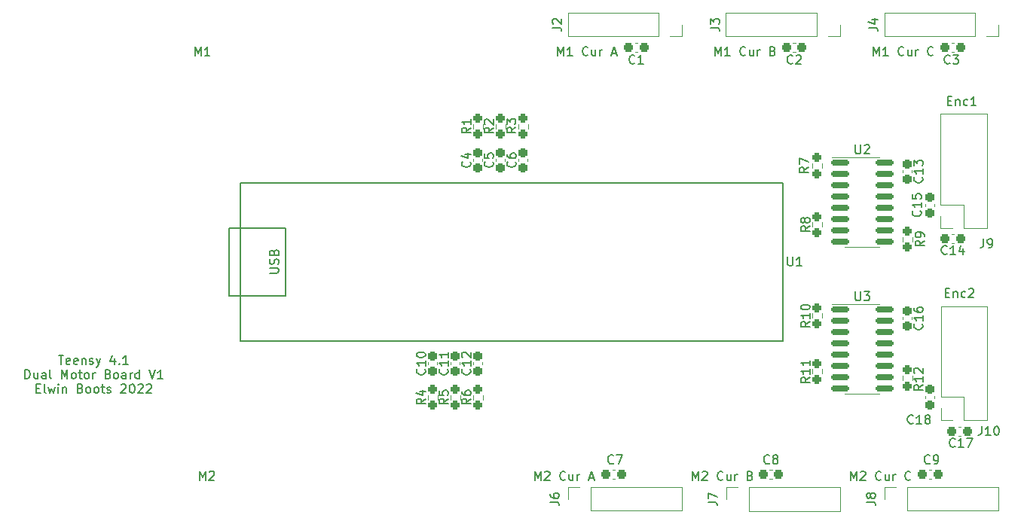
<source format=gbr>
G04 #@! TF.GenerationSoftware,KiCad,Pcbnew,(6.0.1)*
G04 #@! TF.CreationDate,2022-01-30T22:17:43+01:00*
G04 #@! TF.ProjectId,Teensy41_DualMotor,5465656e-7379-4343-915f-4475616c4d6f,1*
G04 #@! TF.SameCoordinates,Original*
G04 #@! TF.FileFunction,Legend,Top*
G04 #@! TF.FilePolarity,Positive*
%FSLAX46Y46*%
G04 Gerber Fmt 4.6, Leading zero omitted, Abs format (unit mm)*
G04 Created by KiCad (PCBNEW (6.0.1)) date 2022-01-30 22:17:43*
%MOMM*%
%LPD*%
G01*
G04 APERTURE LIST*
G04 Aperture macros list*
%AMRoundRect*
0 Rectangle with rounded corners*
0 $1 Rounding radius*
0 $2 $3 $4 $5 $6 $7 $8 $9 X,Y pos of 4 corners*
0 Add a 4 corners polygon primitive as box body*
4,1,4,$2,$3,$4,$5,$6,$7,$8,$9,$2,$3,0*
0 Add four circle primitives for the rounded corners*
1,1,$1+$1,$2,$3*
1,1,$1+$1,$4,$5*
1,1,$1+$1,$6,$7*
1,1,$1+$1,$8,$9*
0 Add four rect primitives between the rounded corners*
20,1,$1+$1,$2,$3,$4,$5,0*
20,1,$1+$1,$4,$5,$6,$7,0*
20,1,$1+$1,$6,$7,$8,$9,0*
20,1,$1+$1,$8,$9,$2,$3,0*%
G04 Aperture macros list end*
%ADD10C,0.150000*%
%ADD11C,0.120000*%
%ADD12RoundRect,0.237500X-0.237500X0.250000X-0.237500X-0.250000X0.237500X-0.250000X0.237500X0.250000X0*%
%ADD13RoundRect,0.237500X0.237500X-0.300000X0.237500X0.300000X-0.237500X0.300000X-0.237500X-0.300000X0*%
%ADD14R,1.700000X1.700000*%
%ADD15O,1.700000X1.700000*%
%ADD16RoundRect,0.237500X0.237500X-0.250000X0.237500X0.250000X-0.237500X0.250000X-0.237500X-0.250000X0*%
%ADD17RoundRect,0.150000X-0.825000X-0.150000X0.825000X-0.150000X0.825000X0.150000X-0.825000X0.150000X0*%
%ADD18RoundRect,0.237500X-0.237500X0.300000X-0.237500X-0.300000X0.237500X-0.300000X0.237500X0.300000X0*%
%ADD19RoundRect,0.237500X-0.300000X-0.237500X0.300000X-0.237500X0.300000X0.237500X-0.300000X0.237500X0*%
%ADD20R,1.600000X1.600000*%
%ADD21C,1.600000*%
%ADD22RoundRect,0.237500X0.300000X0.237500X-0.300000X0.237500X-0.300000X-0.237500X0.300000X-0.237500X0*%
G04 APERTURE END LIST*
D10*
X32877619Y-124842380D02*
X33449047Y-124842380D01*
X33163333Y-125842380D02*
X33163333Y-124842380D01*
X34163333Y-125794761D02*
X34068095Y-125842380D01*
X33877619Y-125842380D01*
X33782380Y-125794761D01*
X33734761Y-125699523D01*
X33734761Y-125318571D01*
X33782380Y-125223333D01*
X33877619Y-125175714D01*
X34068095Y-125175714D01*
X34163333Y-125223333D01*
X34210952Y-125318571D01*
X34210952Y-125413809D01*
X33734761Y-125509047D01*
X35020476Y-125794761D02*
X34925238Y-125842380D01*
X34734761Y-125842380D01*
X34639523Y-125794761D01*
X34591904Y-125699523D01*
X34591904Y-125318571D01*
X34639523Y-125223333D01*
X34734761Y-125175714D01*
X34925238Y-125175714D01*
X35020476Y-125223333D01*
X35068095Y-125318571D01*
X35068095Y-125413809D01*
X34591904Y-125509047D01*
X35496666Y-125175714D02*
X35496666Y-125842380D01*
X35496666Y-125270952D02*
X35544285Y-125223333D01*
X35639523Y-125175714D01*
X35782380Y-125175714D01*
X35877619Y-125223333D01*
X35925238Y-125318571D01*
X35925238Y-125842380D01*
X36353809Y-125794761D02*
X36449047Y-125842380D01*
X36639523Y-125842380D01*
X36734761Y-125794761D01*
X36782380Y-125699523D01*
X36782380Y-125651904D01*
X36734761Y-125556666D01*
X36639523Y-125509047D01*
X36496666Y-125509047D01*
X36401428Y-125461428D01*
X36353809Y-125366190D01*
X36353809Y-125318571D01*
X36401428Y-125223333D01*
X36496666Y-125175714D01*
X36639523Y-125175714D01*
X36734761Y-125223333D01*
X37115714Y-125175714D02*
X37353809Y-125842380D01*
X37591904Y-125175714D02*
X37353809Y-125842380D01*
X37258571Y-126080476D01*
X37210952Y-126128095D01*
X37115714Y-126175714D01*
X39163333Y-125175714D02*
X39163333Y-125842380D01*
X38925238Y-124794761D02*
X38687142Y-125509047D01*
X39306190Y-125509047D01*
X39687142Y-125747142D02*
X39734761Y-125794761D01*
X39687142Y-125842380D01*
X39639523Y-125794761D01*
X39687142Y-125747142D01*
X39687142Y-125842380D01*
X40687142Y-125842380D02*
X40115714Y-125842380D01*
X40401428Y-125842380D02*
X40401428Y-124842380D01*
X40306190Y-124985238D01*
X40210952Y-125080476D01*
X40115714Y-125128095D01*
X29115714Y-127452380D02*
X29115714Y-126452380D01*
X29353809Y-126452380D01*
X29496666Y-126500000D01*
X29591904Y-126595238D01*
X29639523Y-126690476D01*
X29687142Y-126880952D01*
X29687142Y-127023809D01*
X29639523Y-127214285D01*
X29591904Y-127309523D01*
X29496666Y-127404761D01*
X29353809Y-127452380D01*
X29115714Y-127452380D01*
X30544285Y-126785714D02*
X30544285Y-127452380D01*
X30115714Y-126785714D02*
X30115714Y-127309523D01*
X30163333Y-127404761D01*
X30258571Y-127452380D01*
X30401428Y-127452380D01*
X30496666Y-127404761D01*
X30544285Y-127357142D01*
X31449047Y-127452380D02*
X31449047Y-126928571D01*
X31401428Y-126833333D01*
X31306190Y-126785714D01*
X31115714Y-126785714D01*
X31020476Y-126833333D01*
X31449047Y-127404761D02*
X31353809Y-127452380D01*
X31115714Y-127452380D01*
X31020476Y-127404761D01*
X30972857Y-127309523D01*
X30972857Y-127214285D01*
X31020476Y-127119047D01*
X31115714Y-127071428D01*
X31353809Y-127071428D01*
X31449047Y-127023809D01*
X32068095Y-127452380D02*
X31972857Y-127404761D01*
X31925238Y-127309523D01*
X31925238Y-126452380D01*
X33210952Y-127452380D02*
X33210952Y-126452380D01*
X33544285Y-127166666D01*
X33877619Y-126452380D01*
X33877619Y-127452380D01*
X34496666Y-127452380D02*
X34401428Y-127404761D01*
X34353809Y-127357142D01*
X34306190Y-127261904D01*
X34306190Y-126976190D01*
X34353809Y-126880952D01*
X34401428Y-126833333D01*
X34496666Y-126785714D01*
X34639523Y-126785714D01*
X34734761Y-126833333D01*
X34782380Y-126880952D01*
X34830000Y-126976190D01*
X34830000Y-127261904D01*
X34782380Y-127357142D01*
X34734761Y-127404761D01*
X34639523Y-127452380D01*
X34496666Y-127452380D01*
X35115714Y-126785714D02*
X35496666Y-126785714D01*
X35258571Y-126452380D02*
X35258571Y-127309523D01*
X35306190Y-127404761D01*
X35401428Y-127452380D01*
X35496666Y-127452380D01*
X35972857Y-127452380D02*
X35877619Y-127404761D01*
X35830000Y-127357142D01*
X35782380Y-127261904D01*
X35782380Y-126976190D01*
X35830000Y-126880952D01*
X35877619Y-126833333D01*
X35972857Y-126785714D01*
X36115714Y-126785714D01*
X36210952Y-126833333D01*
X36258571Y-126880952D01*
X36306190Y-126976190D01*
X36306190Y-127261904D01*
X36258571Y-127357142D01*
X36210952Y-127404761D01*
X36115714Y-127452380D01*
X35972857Y-127452380D01*
X36734761Y-127452380D02*
X36734761Y-126785714D01*
X36734761Y-126976190D02*
X36782380Y-126880952D01*
X36830000Y-126833333D01*
X36925238Y-126785714D01*
X37020476Y-126785714D01*
X38449047Y-126928571D02*
X38591904Y-126976190D01*
X38639523Y-127023809D01*
X38687142Y-127119047D01*
X38687142Y-127261904D01*
X38639523Y-127357142D01*
X38591904Y-127404761D01*
X38496666Y-127452380D01*
X38115714Y-127452380D01*
X38115714Y-126452380D01*
X38449047Y-126452380D01*
X38544285Y-126500000D01*
X38591904Y-126547619D01*
X38639523Y-126642857D01*
X38639523Y-126738095D01*
X38591904Y-126833333D01*
X38544285Y-126880952D01*
X38449047Y-126928571D01*
X38115714Y-126928571D01*
X39258571Y-127452380D02*
X39163333Y-127404761D01*
X39115714Y-127357142D01*
X39068095Y-127261904D01*
X39068095Y-126976190D01*
X39115714Y-126880952D01*
X39163333Y-126833333D01*
X39258571Y-126785714D01*
X39401428Y-126785714D01*
X39496666Y-126833333D01*
X39544285Y-126880952D01*
X39591904Y-126976190D01*
X39591904Y-127261904D01*
X39544285Y-127357142D01*
X39496666Y-127404761D01*
X39401428Y-127452380D01*
X39258571Y-127452380D01*
X40449047Y-127452380D02*
X40449047Y-126928571D01*
X40401428Y-126833333D01*
X40306190Y-126785714D01*
X40115714Y-126785714D01*
X40020476Y-126833333D01*
X40449047Y-127404761D02*
X40353809Y-127452380D01*
X40115714Y-127452380D01*
X40020476Y-127404761D01*
X39972857Y-127309523D01*
X39972857Y-127214285D01*
X40020476Y-127119047D01*
X40115714Y-127071428D01*
X40353809Y-127071428D01*
X40449047Y-127023809D01*
X40925238Y-127452380D02*
X40925238Y-126785714D01*
X40925238Y-126976190D02*
X40972857Y-126880952D01*
X41020476Y-126833333D01*
X41115714Y-126785714D01*
X41210952Y-126785714D01*
X41972857Y-127452380D02*
X41972857Y-126452380D01*
X41972857Y-127404761D02*
X41877619Y-127452380D01*
X41687142Y-127452380D01*
X41591904Y-127404761D01*
X41544285Y-127357142D01*
X41496666Y-127261904D01*
X41496666Y-126976190D01*
X41544285Y-126880952D01*
X41591904Y-126833333D01*
X41687142Y-126785714D01*
X41877619Y-126785714D01*
X41972857Y-126833333D01*
X43068095Y-126452380D02*
X43401428Y-127452380D01*
X43734761Y-126452380D01*
X44591904Y-127452380D02*
X44020476Y-127452380D01*
X44306190Y-127452380D02*
X44306190Y-126452380D01*
X44210952Y-126595238D01*
X44115714Y-126690476D01*
X44020476Y-126738095D01*
X30377619Y-128538571D02*
X30710952Y-128538571D01*
X30853809Y-129062380D02*
X30377619Y-129062380D01*
X30377619Y-128062380D01*
X30853809Y-128062380D01*
X31425238Y-129062380D02*
X31330000Y-129014761D01*
X31282380Y-128919523D01*
X31282380Y-128062380D01*
X31710952Y-128395714D02*
X31901428Y-129062380D01*
X32091904Y-128586190D01*
X32282380Y-129062380D01*
X32472857Y-128395714D01*
X32853809Y-129062380D02*
X32853809Y-128395714D01*
X32853809Y-128062380D02*
X32806190Y-128110000D01*
X32853809Y-128157619D01*
X32901428Y-128110000D01*
X32853809Y-128062380D01*
X32853809Y-128157619D01*
X33330000Y-128395714D02*
X33330000Y-129062380D01*
X33330000Y-128490952D02*
X33377619Y-128443333D01*
X33472857Y-128395714D01*
X33615714Y-128395714D01*
X33710952Y-128443333D01*
X33758571Y-128538571D01*
X33758571Y-129062380D01*
X35330000Y-128538571D02*
X35472857Y-128586190D01*
X35520476Y-128633809D01*
X35568095Y-128729047D01*
X35568095Y-128871904D01*
X35520476Y-128967142D01*
X35472857Y-129014761D01*
X35377619Y-129062380D01*
X34996666Y-129062380D01*
X34996666Y-128062380D01*
X35330000Y-128062380D01*
X35425238Y-128110000D01*
X35472857Y-128157619D01*
X35520476Y-128252857D01*
X35520476Y-128348095D01*
X35472857Y-128443333D01*
X35425238Y-128490952D01*
X35330000Y-128538571D01*
X34996666Y-128538571D01*
X36139523Y-129062380D02*
X36044285Y-129014761D01*
X35996666Y-128967142D01*
X35949047Y-128871904D01*
X35949047Y-128586190D01*
X35996666Y-128490952D01*
X36044285Y-128443333D01*
X36139523Y-128395714D01*
X36282380Y-128395714D01*
X36377619Y-128443333D01*
X36425238Y-128490952D01*
X36472857Y-128586190D01*
X36472857Y-128871904D01*
X36425238Y-128967142D01*
X36377619Y-129014761D01*
X36282380Y-129062380D01*
X36139523Y-129062380D01*
X37044285Y-129062380D02*
X36949047Y-129014761D01*
X36901428Y-128967142D01*
X36853809Y-128871904D01*
X36853809Y-128586190D01*
X36901428Y-128490952D01*
X36949047Y-128443333D01*
X37044285Y-128395714D01*
X37187142Y-128395714D01*
X37282380Y-128443333D01*
X37330000Y-128490952D01*
X37377619Y-128586190D01*
X37377619Y-128871904D01*
X37330000Y-128967142D01*
X37282380Y-129014761D01*
X37187142Y-129062380D01*
X37044285Y-129062380D01*
X37663333Y-128395714D02*
X38044285Y-128395714D01*
X37806190Y-128062380D02*
X37806190Y-128919523D01*
X37853809Y-129014761D01*
X37949047Y-129062380D01*
X38044285Y-129062380D01*
X38330000Y-129014761D02*
X38425238Y-129062380D01*
X38615714Y-129062380D01*
X38710952Y-129014761D01*
X38758571Y-128919523D01*
X38758571Y-128871904D01*
X38710952Y-128776666D01*
X38615714Y-128729047D01*
X38472857Y-128729047D01*
X38377619Y-128681428D01*
X38330000Y-128586190D01*
X38330000Y-128538571D01*
X38377619Y-128443333D01*
X38472857Y-128395714D01*
X38615714Y-128395714D01*
X38710952Y-128443333D01*
X39901428Y-128157619D02*
X39949047Y-128110000D01*
X40044285Y-128062380D01*
X40282380Y-128062380D01*
X40377619Y-128110000D01*
X40425238Y-128157619D01*
X40472857Y-128252857D01*
X40472857Y-128348095D01*
X40425238Y-128490952D01*
X39853809Y-129062380D01*
X40472857Y-129062380D01*
X41091904Y-128062380D02*
X41187142Y-128062380D01*
X41282380Y-128110000D01*
X41330000Y-128157619D01*
X41377619Y-128252857D01*
X41425238Y-128443333D01*
X41425238Y-128681428D01*
X41377619Y-128871904D01*
X41330000Y-128967142D01*
X41282380Y-129014761D01*
X41187142Y-129062380D01*
X41091904Y-129062380D01*
X40996666Y-129014761D01*
X40949047Y-128967142D01*
X40901428Y-128871904D01*
X40853809Y-128681428D01*
X40853809Y-128443333D01*
X40901428Y-128252857D01*
X40949047Y-128157619D01*
X40996666Y-128110000D01*
X41091904Y-128062380D01*
X41806190Y-128157619D02*
X41853809Y-128110000D01*
X41949047Y-128062380D01*
X42187142Y-128062380D01*
X42282380Y-128110000D01*
X42330000Y-128157619D01*
X42377619Y-128252857D01*
X42377619Y-128348095D01*
X42330000Y-128490952D01*
X41758571Y-129062380D01*
X42377619Y-129062380D01*
X42758571Y-128157619D02*
X42806190Y-128110000D01*
X42901428Y-128062380D01*
X43139523Y-128062380D01*
X43234761Y-128110000D01*
X43282380Y-128157619D01*
X43330000Y-128252857D01*
X43330000Y-128348095D01*
X43282380Y-128490952D01*
X42710952Y-129062380D01*
X43330000Y-129062380D01*
X124428666Y-91130380D02*
X124428666Y-90130380D01*
X124762000Y-90844666D01*
X125095333Y-90130380D01*
X125095333Y-91130380D01*
X126095333Y-91130380D02*
X125523904Y-91130380D01*
X125809619Y-91130380D02*
X125809619Y-90130380D01*
X125714380Y-90273238D01*
X125619142Y-90368476D01*
X125523904Y-90416095D01*
X127857238Y-91035142D02*
X127809619Y-91082761D01*
X127666761Y-91130380D01*
X127571523Y-91130380D01*
X127428666Y-91082761D01*
X127333428Y-90987523D01*
X127285809Y-90892285D01*
X127238190Y-90701809D01*
X127238190Y-90558952D01*
X127285809Y-90368476D01*
X127333428Y-90273238D01*
X127428666Y-90178000D01*
X127571523Y-90130380D01*
X127666761Y-90130380D01*
X127809619Y-90178000D01*
X127857238Y-90225619D01*
X128714380Y-90463714D02*
X128714380Y-91130380D01*
X128285809Y-90463714D02*
X128285809Y-90987523D01*
X128333428Y-91082761D01*
X128428666Y-91130380D01*
X128571523Y-91130380D01*
X128666761Y-91082761D01*
X128714380Y-91035142D01*
X129190571Y-91130380D02*
X129190571Y-90463714D01*
X129190571Y-90654190D02*
X129238190Y-90558952D01*
X129285809Y-90511333D01*
X129381047Y-90463714D01*
X129476285Y-90463714D01*
X131142952Y-91035142D02*
X131095333Y-91082761D01*
X130952476Y-91130380D01*
X130857238Y-91130380D01*
X130714380Y-91082761D01*
X130619142Y-90987523D01*
X130571523Y-90892285D01*
X130523904Y-90701809D01*
X130523904Y-90558952D01*
X130571523Y-90368476D01*
X130619142Y-90273238D01*
X130714380Y-90178000D01*
X130857238Y-90130380D01*
X130952476Y-90130380D01*
X131095333Y-90178000D01*
X131142952Y-90225619D01*
X48720476Y-138839380D02*
X48720476Y-137839380D01*
X49053809Y-138553666D01*
X49387142Y-137839380D01*
X49387142Y-138839380D01*
X49815714Y-137934619D02*
X49863333Y-137887000D01*
X49958571Y-137839380D01*
X50196666Y-137839380D01*
X50291904Y-137887000D01*
X50339523Y-137934619D01*
X50387142Y-138029857D01*
X50387142Y-138125095D01*
X50339523Y-138267952D01*
X49768095Y-138839380D01*
X50387142Y-138839380D01*
X121888666Y-138882380D02*
X121888666Y-137882380D01*
X122222000Y-138596666D01*
X122555333Y-137882380D01*
X122555333Y-138882380D01*
X122983904Y-137977619D02*
X123031523Y-137930000D01*
X123126761Y-137882380D01*
X123364857Y-137882380D01*
X123460095Y-137930000D01*
X123507714Y-137977619D01*
X123555333Y-138072857D01*
X123555333Y-138168095D01*
X123507714Y-138310952D01*
X122936285Y-138882380D01*
X123555333Y-138882380D01*
X125317238Y-138787142D02*
X125269619Y-138834761D01*
X125126761Y-138882380D01*
X125031523Y-138882380D01*
X124888666Y-138834761D01*
X124793428Y-138739523D01*
X124745809Y-138644285D01*
X124698190Y-138453809D01*
X124698190Y-138310952D01*
X124745809Y-138120476D01*
X124793428Y-138025238D01*
X124888666Y-137930000D01*
X125031523Y-137882380D01*
X125126761Y-137882380D01*
X125269619Y-137930000D01*
X125317238Y-137977619D01*
X126174380Y-138215714D02*
X126174380Y-138882380D01*
X125745809Y-138215714D02*
X125745809Y-138739523D01*
X125793428Y-138834761D01*
X125888666Y-138882380D01*
X126031523Y-138882380D01*
X126126761Y-138834761D01*
X126174380Y-138787142D01*
X126650571Y-138882380D02*
X126650571Y-138215714D01*
X126650571Y-138406190D02*
X126698190Y-138310952D01*
X126745809Y-138263333D01*
X126841047Y-138215714D01*
X126936285Y-138215714D01*
X128602952Y-138787142D02*
X128555333Y-138834761D01*
X128412476Y-138882380D01*
X128317238Y-138882380D01*
X128174380Y-138834761D01*
X128079142Y-138739523D01*
X128031523Y-138644285D01*
X127983904Y-138453809D01*
X127983904Y-138310952D01*
X128031523Y-138120476D01*
X128079142Y-138025238D01*
X128174380Y-137930000D01*
X128317238Y-137882380D01*
X128412476Y-137882380D01*
X128555333Y-137930000D01*
X128602952Y-137977619D01*
X104108666Y-138882380D02*
X104108666Y-137882380D01*
X104442000Y-138596666D01*
X104775333Y-137882380D01*
X104775333Y-138882380D01*
X105203904Y-137977619D02*
X105251523Y-137930000D01*
X105346761Y-137882380D01*
X105584857Y-137882380D01*
X105680095Y-137930000D01*
X105727714Y-137977619D01*
X105775333Y-138072857D01*
X105775333Y-138168095D01*
X105727714Y-138310952D01*
X105156285Y-138882380D01*
X105775333Y-138882380D01*
X107537238Y-138787142D02*
X107489619Y-138834761D01*
X107346761Y-138882380D01*
X107251523Y-138882380D01*
X107108666Y-138834761D01*
X107013428Y-138739523D01*
X106965809Y-138644285D01*
X106918190Y-138453809D01*
X106918190Y-138310952D01*
X106965809Y-138120476D01*
X107013428Y-138025238D01*
X107108666Y-137930000D01*
X107251523Y-137882380D01*
X107346761Y-137882380D01*
X107489619Y-137930000D01*
X107537238Y-137977619D01*
X108394380Y-138215714D02*
X108394380Y-138882380D01*
X107965809Y-138215714D02*
X107965809Y-138739523D01*
X108013428Y-138834761D01*
X108108666Y-138882380D01*
X108251523Y-138882380D01*
X108346761Y-138834761D01*
X108394380Y-138787142D01*
X108870571Y-138882380D02*
X108870571Y-138215714D01*
X108870571Y-138406190D02*
X108918190Y-138310952D01*
X108965809Y-138263333D01*
X109061047Y-138215714D01*
X109156285Y-138215714D01*
X110584857Y-138358571D02*
X110727714Y-138406190D01*
X110775333Y-138453809D01*
X110822952Y-138549047D01*
X110822952Y-138691904D01*
X110775333Y-138787142D01*
X110727714Y-138834761D01*
X110632476Y-138882380D01*
X110251523Y-138882380D01*
X110251523Y-137882380D01*
X110584857Y-137882380D01*
X110680095Y-137930000D01*
X110727714Y-137977619D01*
X110775333Y-138072857D01*
X110775333Y-138168095D01*
X110727714Y-138263333D01*
X110680095Y-138310952D01*
X110584857Y-138358571D01*
X110251523Y-138358571D01*
X132540571Y-117784571D02*
X132873904Y-117784571D01*
X133016761Y-118308380D02*
X132540571Y-118308380D01*
X132540571Y-117308380D01*
X133016761Y-117308380D01*
X133445333Y-117641714D02*
X133445333Y-118308380D01*
X133445333Y-117736952D02*
X133492952Y-117689333D01*
X133588190Y-117641714D01*
X133731047Y-117641714D01*
X133826285Y-117689333D01*
X133873904Y-117784571D01*
X133873904Y-118308380D01*
X134778666Y-118260761D02*
X134683428Y-118308380D01*
X134492952Y-118308380D01*
X134397714Y-118260761D01*
X134350095Y-118213142D01*
X134302476Y-118117904D01*
X134302476Y-117832190D01*
X134350095Y-117736952D01*
X134397714Y-117689333D01*
X134492952Y-117641714D01*
X134683428Y-117641714D01*
X134778666Y-117689333D01*
X135159619Y-117403619D02*
X135207238Y-117356000D01*
X135302476Y-117308380D01*
X135540571Y-117308380D01*
X135635809Y-117356000D01*
X135683428Y-117403619D01*
X135731047Y-117498857D01*
X135731047Y-117594095D01*
X135683428Y-117736952D01*
X135112000Y-118308380D01*
X135731047Y-118308380D01*
X86400095Y-138882380D02*
X86400095Y-137882380D01*
X86733428Y-138596666D01*
X87066761Y-137882380D01*
X87066761Y-138882380D01*
X87495333Y-137977619D02*
X87542952Y-137930000D01*
X87638190Y-137882380D01*
X87876285Y-137882380D01*
X87971523Y-137930000D01*
X88019142Y-137977619D01*
X88066761Y-138072857D01*
X88066761Y-138168095D01*
X88019142Y-138310952D01*
X87447714Y-138882380D01*
X88066761Y-138882380D01*
X89828666Y-138787142D02*
X89781047Y-138834761D01*
X89638190Y-138882380D01*
X89542952Y-138882380D01*
X89400095Y-138834761D01*
X89304857Y-138739523D01*
X89257238Y-138644285D01*
X89209619Y-138453809D01*
X89209619Y-138310952D01*
X89257238Y-138120476D01*
X89304857Y-138025238D01*
X89400095Y-137930000D01*
X89542952Y-137882380D01*
X89638190Y-137882380D01*
X89781047Y-137930000D01*
X89828666Y-137977619D01*
X90685809Y-138215714D02*
X90685809Y-138882380D01*
X90257238Y-138215714D02*
X90257238Y-138739523D01*
X90304857Y-138834761D01*
X90400095Y-138882380D01*
X90542952Y-138882380D01*
X90638190Y-138834761D01*
X90685809Y-138787142D01*
X91162000Y-138882380D02*
X91162000Y-138215714D01*
X91162000Y-138406190D02*
X91209619Y-138310952D01*
X91257238Y-138263333D01*
X91352476Y-138215714D01*
X91447714Y-138215714D01*
X92495333Y-138596666D02*
X92971523Y-138596666D01*
X92400095Y-138882380D02*
X92733428Y-137882380D01*
X93066761Y-138882380D01*
X132794571Y-96194571D02*
X133127904Y-96194571D01*
X133270761Y-96718380D02*
X132794571Y-96718380D01*
X132794571Y-95718380D01*
X133270761Y-95718380D01*
X133699333Y-96051714D02*
X133699333Y-96718380D01*
X133699333Y-96146952D02*
X133746952Y-96099333D01*
X133842190Y-96051714D01*
X133985047Y-96051714D01*
X134080285Y-96099333D01*
X134127904Y-96194571D01*
X134127904Y-96718380D01*
X135032666Y-96670761D02*
X134937428Y-96718380D01*
X134746952Y-96718380D01*
X134651714Y-96670761D01*
X134604095Y-96623142D01*
X134556476Y-96527904D01*
X134556476Y-96242190D01*
X134604095Y-96146952D01*
X134651714Y-96099333D01*
X134746952Y-96051714D01*
X134937428Y-96051714D01*
X135032666Y-96099333D01*
X135985047Y-96718380D02*
X135413619Y-96718380D01*
X135699333Y-96718380D02*
X135699333Y-95718380D01*
X135604095Y-95861238D01*
X135508857Y-95956476D01*
X135413619Y-96004095D01*
X106648666Y-91130380D02*
X106648666Y-90130380D01*
X106982000Y-90844666D01*
X107315333Y-90130380D01*
X107315333Y-91130380D01*
X108315333Y-91130380D02*
X107743904Y-91130380D01*
X108029619Y-91130380D02*
X108029619Y-90130380D01*
X107934380Y-90273238D01*
X107839142Y-90368476D01*
X107743904Y-90416095D01*
X110077238Y-91035142D02*
X110029619Y-91082761D01*
X109886761Y-91130380D01*
X109791523Y-91130380D01*
X109648666Y-91082761D01*
X109553428Y-90987523D01*
X109505809Y-90892285D01*
X109458190Y-90701809D01*
X109458190Y-90558952D01*
X109505809Y-90368476D01*
X109553428Y-90273238D01*
X109648666Y-90178000D01*
X109791523Y-90130380D01*
X109886761Y-90130380D01*
X110029619Y-90178000D01*
X110077238Y-90225619D01*
X110934380Y-90463714D02*
X110934380Y-91130380D01*
X110505809Y-90463714D02*
X110505809Y-90987523D01*
X110553428Y-91082761D01*
X110648666Y-91130380D01*
X110791523Y-91130380D01*
X110886761Y-91082761D01*
X110934380Y-91035142D01*
X111410571Y-91130380D02*
X111410571Y-90463714D01*
X111410571Y-90654190D02*
X111458190Y-90558952D01*
X111505809Y-90511333D01*
X111601047Y-90463714D01*
X111696285Y-90463714D01*
X113124857Y-90606571D02*
X113267714Y-90654190D01*
X113315333Y-90701809D01*
X113362952Y-90797047D01*
X113362952Y-90939904D01*
X113315333Y-91035142D01*
X113267714Y-91082761D01*
X113172476Y-91130380D01*
X112791523Y-91130380D01*
X112791523Y-90130380D01*
X113124857Y-90130380D01*
X113220095Y-90178000D01*
X113267714Y-90225619D01*
X113315333Y-90320857D01*
X113315333Y-90416095D01*
X113267714Y-90511333D01*
X113220095Y-90558952D01*
X113124857Y-90606571D01*
X112791523Y-90606571D01*
X48212476Y-91130380D02*
X48212476Y-90130380D01*
X48545809Y-90844666D01*
X48879142Y-90130380D01*
X48879142Y-91130380D01*
X49879142Y-91130380D02*
X49307714Y-91130380D01*
X49593428Y-91130380D02*
X49593428Y-90130380D01*
X49498190Y-90273238D01*
X49402952Y-90368476D01*
X49307714Y-90416095D01*
X88940095Y-91130380D02*
X88940095Y-90130380D01*
X89273428Y-90844666D01*
X89606761Y-90130380D01*
X89606761Y-91130380D01*
X90606761Y-91130380D02*
X90035333Y-91130380D01*
X90321047Y-91130380D02*
X90321047Y-90130380D01*
X90225809Y-90273238D01*
X90130571Y-90368476D01*
X90035333Y-90416095D01*
X92368666Y-91035142D02*
X92321047Y-91082761D01*
X92178190Y-91130380D01*
X92082952Y-91130380D01*
X91940095Y-91082761D01*
X91844857Y-90987523D01*
X91797238Y-90892285D01*
X91749619Y-90701809D01*
X91749619Y-90558952D01*
X91797238Y-90368476D01*
X91844857Y-90273238D01*
X91940095Y-90178000D01*
X92082952Y-90130380D01*
X92178190Y-90130380D01*
X92321047Y-90178000D01*
X92368666Y-90225619D01*
X93225809Y-90463714D02*
X93225809Y-91130380D01*
X92797238Y-90463714D02*
X92797238Y-90987523D01*
X92844857Y-91082761D01*
X92940095Y-91130380D01*
X93082952Y-91130380D01*
X93178190Y-91082761D01*
X93225809Y-91035142D01*
X93702000Y-91130380D02*
X93702000Y-90463714D01*
X93702000Y-90654190D02*
X93749619Y-90558952D01*
X93797238Y-90511333D01*
X93892476Y-90463714D01*
X93987714Y-90463714D01*
X95035333Y-90844666D02*
X95511523Y-90844666D01*
X94940095Y-91130380D02*
X95273428Y-90130380D01*
X95606761Y-91130380D01*
X81732380Y-99226666D02*
X81256190Y-99560000D01*
X81732380Y-99798095D02*
X80732380Y-99798095D01*
X80732380Y-99417142D01*
X80780000Y-99321904D01*
X80827619Y-99274285D01*
X80922857Y-99226666D01*
X81065714Y-99226666D01*
X81160952Y-99274285D01*
X81208571Y-99321904D01*
X81256190Y-99417142D01*
X81256190Y-99798095D01*
X80827619Y-98845714D02*
X80780000Y-98798095D01*
X80732380Y-98702857D01*
X80732380Y-98464761D01*
X80780000Y-98369523D01*
X80827619Y-98321904D01*
X80922857Y-98274285D01*
X81018095Y-98274285D01*
X81160952Y-98321904D01*
X81732380Y-98893333D01*
X81732380Y-98274285D01*
X117292380Y-110299166D02*
X116816190Y-110632500D01*
X117292380Y-110870595D02*
X116292380Y-110870595D01*
X116292380Y-110489642D01*
X116340000Y-110394404D01*
X116387619Y-110346785D01*
X116482857Y-110299166D01*
X116625714Y-110299166D01*
X116720952Y-110346785D01*
X116768571Y-110394404D01*
X116816190Y-110489642D01*
X116816190Y-110870595D01*
X116720952Y-109727738D02*
X116673333Y-109822976D01*
X116625714Y-109870595D01*
X116530476Y-109918214D01*
X116482857Y-109918214D01*
X116387619Y-109870595D01*
X116340000Y-109822976D01*
X116292380Y-109727738D01*
X116292380Y-109537261D01*
X116340000Y-109442023D01*
X116387619Y-109394404D01*
X116482857Y-109346785D01*
X116530476Y-109346785D01*
X116625714Y-109394404D01*
X116673333Y-109442023D01*
X116720952Y-109537261D01*
X116720952Y-109727738D01*
X116768571Y-109822976D01*
X116816190Y-109870595D01*
X116911428Y-109918214D01*
X117101904Y-109918214D01*
X117197142Y-109870595D01*
X117244761Y-109822976D01*
X117292380Y-109727738D01*
X117292380Y-109537261D01*
X117244761Y-109442023D01*
X117197142Y-109394404D01*
X117101904Y-109346785D01*
X116911428Y-109346785D01*
X116816190Y-109394404D01*
X116768571Y-109442023D01*
X116720952Y-109537261D01*
X84252380Y-99166666D02*
X83776190Y-99500000D01*
X84252380Y-99738095D02*
X83252380Y-99738095D01*
X83252380Y-99357142D01*
X83300000Y-99261904D01*
X83347619Y-99214285D01*
X83442857Y-99166666D01*
X83585714Y-99166666D01*
X83680952Y-99214285D01*
X83728571Y-99261904D01*
X83776190Y-99357142D01*
X83776190Y-99738095D01*
X83252380Y-98833333D02*
X83252380Y-98214285D01*
X83633333Y-98547619D01*
X83633333Y-98404761D01*
X83680952Y-98309523D01*
X83728571Y-98261904D01*
X83823809Y-98214285D01*
X84061904Y-98214285D01*
X84157142Y-98261904D01*
X84204761Y-98309523D01*
X84252380Y-98404761D01*
X84252380Y-98690476D01*
X84204761Y-98785714D01*
X84157142Y-98833333D01*
X81637142Y-103036666D02*
X81684761Y-103084285D01*
X81732380Y-103227142D01*
X81732380Y-103322380D01*
X81684761Y-103465238D01*
X81589523Y-103560476D01*
X81494285Y-103608095D01*
X81303809Y-103655714D01*
X81160952Y-103655714D01*
X80970476Y-103608095D01*
X80875238Y-103560476D01*
X80780000Y-103465238D01*
X80732380Y-103322380D01*
X80732380Y-103227142D01*
X80780000Y-103084285D01*
X80827619Y-103036666D01*
X80732380Y-102131904D02*
X80732380Y-102608095D01*
X81208571Y-102655714D01*
X81160952Y-102608095D01*
X81113333Y-102512857D01*
X81113333Y-102274761D01*
X81160952Y-102179523D01*
X81208571Y-102131904D01*
X81303809Y-102084285D01*
X81541904Y-102084285D01*
X81637142Y-102131904D01*
X81684761Y-102179523D01*
X81732380Y-102274761D01*
X81732380Y-102512857D01*
X81684761Y-102608095D01*
X81637142Y-102655714D01*
X130152380Y-111926666D02*
X129676190Y-112260000D01*
X130152380Y-112498095D02*
X129152380Y-112498095D01*
X129152380Y-112117142D01*
X129200000Y-112021904D01*
X129247619Y-111974285D01*
X129342857Y-111926666D01*
X129485714Y-111926666D01*
X129580952Y-111974285D01*
X129628571Y-112021904D01*
X129676190Y-112117142D01*
X129676190Y-112498095D01*
X130152380Y-111450476D02*
X130152380Y-111260000D01*
X130104761Y-111164761D01*
X130057142Y-111117142D01*
X129914285Y-111021904D01*
X129723809Y-110974285D01*
X129342857Y-110974285D01*
X129247619Y-111021904D01*
X129200000Y-111069523D01*
X129152380Y-111164761D01*
X129152380Y-111355238D01*
X129200000Y-111450476D01*
X129247619Y-111498095D01*
X129342857Y-111545714D01*
X129580952Y-111545714D01*
X129676190Y-111498095D01*
X129723809Y-111450476D01*
X129771428Y-111355238D01*
X129771428Y-111164761D01*
X129723809Y-111069523D01*
X129676190Y-111021904D01*
X129580952Y-110974285D01*
X79192380Y-99226666D02*
X78716190Y-99560000D01*
X79192380Y-99798095D02*
X78192380Y-99798095D01*
X78192380Y-99417142D01*
X78240000Y-99321904D01*
X78287619Y-99274285D01*
X78382857Y-99226666D01*
X78525714Y-99226666D01*
X78620952Y-99274285D01*
X78668571Y-99321904D01*
X78716190Y-99417142D01*
X78716190Y-99798095D01*
X79192380Y-98274285D02*
X79192380Y-98845714D01*
X79192380Y-98560000D02*
X78192380Y-98560000D01*
X78335238Y-98655238D01*
X78430476Y-98750476D01*
X78478095Y-98845714D01*
X123682380Y-141303333D02*
X124396666Y-141303333D01*
X124539523Y-141350952D01*
X124634761Y-141446190D01*
X124682380Y-141589047D01*
X124682380Y-141684285D01*
X124110952Y-140684285D02*
X124063333Y-140779523D01*
X124015714Y-140827142D01*
X123920476Y-140874761D01*
X123872857Y-140874761D01*
X123777619Y-140827142D01*
X123730000Y-140779523D01*
X123682380Y-140684285D01*
X123682380Y-140493809D01*
X123730000Y-140398571D01*
X123777619Y-140350952D01*
X123872857Y-140303333D01*
X123920476Y-140303333D01*
X124015714Y-140350952D01*
X124063333Y-140398571D01*
X124110952Y-140493809D01*
X124110952Y-140684285D01*
X124158571Y-140779523D01*
X124206190Y-140827142D01*
X124301428Y-140874761D01*
X124491904Y-140874761D01*
X124587142Y-140827142D01*
X124634761Y-140779523D01*
X124682380Y-140684285D01*
X124682380Y-140493809D01*
X124634761Y-140398571D01*
X124587142Y-140350952D01*
X124491904Y-140303333D01*
X124301428Y-140303333D01*
X124206190Y-140350952D01*
X124158571Y-140398571D01*
X124110952Y-140493809D01*
X129992380Y-128150857D02*
X129516190Y-128484190D01*
X129992380Y-128722285D02*
X128992380Y-128722285D01*
X128992380Y-128341333D01*
X129040000Y-128246095D01*
X129087619Y-128198476D01*
X129182857Y-128150857D01*
X129325714Y-128150857D01*
X129420952Y-128198476D01*
X129468571Y-128246095D01*
X129516190Y-128341333D01*
X129516190Y-128722285D01*
X129992380Y-127198476D02*
X129992380Y-127769904D01*
X129992380Y-127484190D02*
X128992380Y-127484190D01*
X129135238Y-127579428D01*
X129230476Y-127674666D01*
X129278095Y-127769904D01*
X129087619Y-126817523D02*
X129040000Y-126769904D01*
X128992380Y-126674666D01*
X128992380Y-126436571D01*
X129040000Y-126341333D01*
X129087619Y-126293714D01*
X129182857Y-126246095D01*
X129278095Y-126246095D01*
X129420952Y-126293714D01*
X129992380Y-126865142D01*
X129992380Y-126246095D01*
X88382380Y-87963333D02*
X89096666Y-87963333D01*
X89239523Y-88010952D01*
X89334761Y-88106190D01*
X89382380Y-88249047D01*
X89382380Y-88344285D01*
X88477619Y-87534761D02*
X88430000Y-87487142D01*
X88382380Y-87391904D01*
X88382380Y-87153809D01*
X88430000Y-87058571D01*
X88477619Y-87010952D01*
X88572857Y-86963333D01*
X88668095Y-86963333D01*
X88810952Y-87010952D01*
X89382380Y-87582380D01*
X89382380Y-86963333D01*
X123912380Y-87963333D02*
X124626666Y-87963333D01*
X124769523Y-88010952D01*
X124864761Y-88106190D01*
X124912380Y-88249047D01*
X124912380Y-88344285D01*
X124245714Y-87058571D02*
X124912380Y-87058571D01*
X123864761Y-87296666D02*
X124579047Y-87534761D01*
X124579047Y-86915714D01*
X76652380Y-129706666D02*
X76176190Y-130040000D01*
X76652380Y-130278095D02*
X75652380Y-130278095D01*
X75652380Y-129897142D01*
X75700000Y-129801904D01*
X75747619Y-129754285D01*
X75842857Y-129706666D01*
X75985714Y-129706666D01*
X76080952Y-129754285D01*
X76128571Y-129801904D01*
X76176190Y-129897142D01*
X76176190Y-130278095D01*
X75652380Y-128801904D02*
X75652380Y-129278095D01*
X76128571Y-129325714D01*
X76080952Y-129278095D01*
X76033333Y-129182857D01*
X76033333Y-128944761D01*
X76080952Y-128849523D01*
X76128571Y-128801904D01*
X76223809Y-128754285D01*
X76461904Y-128754285D01*
X76557142Y-128801904D01*
X76604761Y-128849523D01*
X76652380Y-128944761D01*
X76652380Y-129182857D01*
X76604761Y-129278095D01*
X76557142Y-129325714D01*
X122428095Y-101144880D02*
X122428095Y-101954404D01*
X122475714Y-102049642D01*
X122523333Y-102097261D01*
X122618571Y-102144880D01*
X122809047Y-102144880D01*
X122904285Y-102097261D01*
X122951904Y-102049642D01*
X122999523Y-101954404D01*
X122999523Y-101144880D01*
X123428095Y-101240119D02*
X123475714Y-101192500D01*
X123570952Y-101144880D01*
X123809047Y-101144880D01*
X123904285Y-101192500D01*
X123951904Y-101240119D01*
X123999523Y-101335357D01*
X123999523Y-101430595D01*
X123951904Y-101573452D01*
X123380476Y-102144880D01*
X123999523Y-102144880D01*
X128897142Y-132437142D02*
X128849523Y-132484761D01*
X128706666Y-132532380D01*
X128611428Y-132532380D01*
X128468571Y-132484761D01*
X128373333Y-132389523D01*
X128325714Y-132294285D01*
X128278095Y-132103809D01*
X128278095Y-131960952D01*
X128325714Y-131770476D01*
X128373333Y-131675238D01*
X128468571Y-131580000D01*
X128611428Y-131532380D01*
X128706666Y-131532380D01*
X128849523Y-131580000D01*
X128897142Y-131627619D01*
X129849523Y-132532380D02*
X129278095Y-132532380D01*
X129563809Y-132532380D02*
X129563809Y-131532380D01*
X129468571Y-131675238D01*
X129373333Y-131770476D01*
X129278095Y-131818095D01*
X130420952Y-131960952D02*
X130325714Y-131913333D01*
X130278095Y-131865714D01*
X130230476Y-131770476D01*
X130230476Y-131722857D01*
X130278095Y-131627619D01*
X130325714Y-131580000D01*
X130420952Y-131532380D01*
X130611428Y-131532380D01*
X130706666Y-131580000D01*
X130754285Y-131627619D01*
X130801904Y-131722857D01*
X130801904Y-131770476D01*
X130754285Y-131865714D01*
X130706666Y-131913333D01*
X130611428Y-131960952D01*
X130420952Y-131960952D01*
X130325714Y-132008571D01*
X130278095Y-132056190D01*
X130230476Y-132151428D01*
X130230476Y-132341904D01*
X130278095Y-132437142D01*
X130325714Y-132484761D01*
X130420952Y-132532380D01*
X130611428Y-132532380D01*
X130706666Y-132484761D01*
X130754285Y-132437142D01*
X130801904Y-132341904D01*
X130801904Y-132151428D01*
X130754285Y-132056190D01*
X130706666Y-132008571D01*
X130611428Y-131960952D01*
X79097142Y-126372857D02*
X79144761Y-126420476D01*
X79192380Y-126563333D01*
X79192380Y-126658571D01*
X79144761Y-126801428D01*
X79049523Y-126896666D01*
X78954285Y-126944285D01*
X78763809Y-126991904D01*
X78620952Y-126991904D01*
X78430476Y-126944285D01*
X78335238Y-126896666D01*
X78240000Y-126801428D01*
X78192380Y-126658571D01*
X78192380Y-126563333D01*
X78240000Y-126420476D01*
X78287619Y-126372857D01*
X79192380Y-125420476D02*
X79192380Y-125991904D01*
X79192380Y-125706190D02*
X78192380Y-125706190D01*
X78335238Y-125801428D01*
X78430476Y-125896666D01*
X78478095Y-125991904D01*
X78287619Y-125039523D02*
X78240000Y-124991904D01*
X78192380Y-124896666D01*
X78192380Y-124658571D01*
X78240000Y-124563333D01*
X78287619Y-124515714D01*
X78382857Y-124468095D01*
X78478095Y-124468095D01*
X78620952Y-124515714D01*
X79192380Y-125087142D01*
X79192380Y-124468095D01*
X79097142Y-103036666D02*
X79144761Y-103084285D01*
X79192380Y-103227142D01*
X79192380Y-103322380D01*
X79144761Y-103465238D01*
X79049523Y-103560476D01*
X78954285Y-103608095D01*
X78763809Y-103655714D01*
X78620952Y-103655714D01*
X78430476Y-103608095D01*
X78335238Y-103560476D01*
X78240000Y-103465238D01*
X78192380Y-103322380D01*
X78192380Y-103227142D01*
X78240000Y-103084285D01*
X78287619Y-103036666D01*
X78525714Y-102179523D02*
X79192380Y-102179523D01*
X78144761Y-102417619D02*
X78859047Y-102655714D01*
X78859047Y-102036666D01*
X129897142Y-104782857D02*
X129944761Y-104830476D01*
X129992380Y-104973333D01*
X129992380Y-105068571D01*
X129944761Y-105211428D01*
X129849523Y-105306666D01*
X129754285Y-105354285D01*
X129563809Y-105401904D01*
X129420952Y-105401904D01*
X129230476Y-105354285D01*
X129135238Y-105306666D01*
X129040000Y-105211428D01*
X128992380Y-105068571D01*
X128992380Y-104973333D01*
X129040000Y-104830476D01*
X129087619Y-104782857D01*
X129992380Y-103830476D02*
X129992380Y-104401904D01*
X129992380Y-104116190D02*
X128992380Y-104116190D01*
X129135238Y-104211428D01*
X129230476Y-104306666D01*
X129278095Y-104401904D01*
X128992380Y-103497142D02*
X128992380Y-102878095D01*
X129373333Y-103211428D01*
X129373333Y-103068571D01*
X129420952Y-102973333D01*
X129468571Y-102925714D01*
X129563809Y-102878095D01*
X129801904Y-102878095D01*
X129897142Y-102925714D01*
X129944761Y-102973333D01*
X129992380Y-103068571D01*
X129992380Y-103354285D01*
X129944761Y-103449523D01*
X129897142Y-103497142D01*
X136826666Y-111720380D02*
X136826666Y-112434666D01*
X136779047Y-112577523D01*
X136683809Y-112672761D01*
X136540952Y-112720380D01*
X136445714Y-112720380D01*
X137350476Y-112720380D02*
X137540952Y-112720380D01*
X137636190Y-112672761D01*
X137683809Y-112625142D01*
X137779047Y-112482285D01*
X137826666Y-112291809D01*
X137826666Y-111910857D01*
X137779047Y-111815619D01*
X137731428Y-111768000D01*
X137636190Y-111720380D01*
X137445714Y-111720380D01*
X137350476Y-111768000D01*
X137302857Y-111815619D01*
X137255238Y-111910857D01*
X137255238Y-112148952D01*
X137302857Y-112244190D01*
X137350476Y-112291809D01*
X137445714Y-112339428D01*
X137636190Y-112339428D01*
X137731428Y-112291809D01*
X137779047Y-112244190D01*
X137826666Y-112148952D01*
X79192380Y-129706666D02*
X78716190Y-130040000D01*
X79192380Y-130278095D02*
X78192380Y-130278095D01*
X78192380Y-129897142D01*
X78240000Y-129801904D01*
X78287619Y-129754285D01*
X78382857Y-129706666D01*
X78525714Y-129706666D01*
X78620952Y-129754285D01*
X78668571Y-129801904D01*
X78716190Y-129897142D01*
X78716190Y-130278095D01*
X78192380Y-128849523D02*
X78192380Y-129040000D01*
X78240000Y-129135238D01*
X78287619Y-129182857D01*
X78430476Y-129278095D01*
X78620952Y-129325714D01*
X79001904Y-129325714D01*
X79097142Y-129278095D01*
X79144761Y-129230476D01*
X79192380Y-129135238D01*
X79192380Y-128944761D01*
X79144761Y-128849523D01*
X79097142Y-128801904D01*
X79001904Y-128754285D01*
X78763809Y-128754285D01*
X78668571Y-128801904D01*
X78620952Y-128849523D01*
X78573333Y-128944761D01*
X78573333Y-129135238D01*
X78620952Y-129230476D01*
X78668571Y-129278095D01*
X78763809Y-129325714D01*
X117292380Y-121015357D02*
X116816190Y-121348690D01*
X117292380Y-121586785D02*
X116292380Y-121586785D01*
X116292380Y-121205833D01*
X116340000Y-121110595D01*
X116387619Y-121062976D01*
X116482857Y-121015357D01*
X116625714Y-121015357D01*
X116720952Y-121062976D01*
X116768571Y-121110595D01*
X116816190Y-121205833D01*
X116816190Y-121586785D01*
X117292380Y-120062976D02*
X117292380Y-120634404D01*
X117292380Y-120348690D02*
X116292380Y-120348690D01*
X116435238Y-120443928D01*
X116530476Y-120539166D01*
X116578095Y-120634404D01*
X116292380Y-119443928D02*
X116292380Y-119348690D01*
X116340000Y-119253452D01*
X116387619Y-119205833D01*
X116482857Y-119158214D01*
X116673333Y-119110595D01*
X116911428Y-119110595D01*
X117101904Y-119158214D01*
X117197142Y-119205833D01*
X117244761Y-119253452D01*
X117292380Y-119348690D01*
X117292380Y-119443928D01*
X117244761Y-119539166D01*
X117197142Y-119586785D01*
X117101904Y-119634404D01*
X116911428Y-119682023D01*
X116673333Y-119682023D01*
X116482857Y-119634404D01*
X116387619Y-119586785D01*
X116340000Y-119539166D01*
X116292380Y-119443928D01*
X136604476Y-132802380D02*
X136604476Y-133516666D01*
X136556857Y-133659523D01*
X136461619Y-133754761D01*
X136318761Y-133802380D01*
X136223523Y-133802380D01*
X137604476Y-133802380D02*
X137033047Y-133802380D01*
X137318761Y-133802380D02*
X137318761Y-132802380D01*
X137223523Y-132945238D01*
X137128285Y-133040476D01*
X137033047Y-133088095D01*
X138223523Y-132802380D02*
X138318761Y-132802380D01*
X138414000Y-132850000D01*
X138461619Y-132897619D01*
X138509238Y-132992857D01*
X138556857Y-133183333D01*
X138556857Y-133421428D01*
X138509238Y-133611904D01*
X138461619Y-133707142D01*
X138414000Y-133754761D01*
X138318761Y-133802380D01*
X138223523Y-133802380D01*
X138128285Y-133754761D01*
X138080666Y-133707142D01*
X138033047Y-133611904D01*
X137985428Y-133421428D01*
X137985428Y-133183333D01*
X138033047Y-132992857D01*
X138080666Y-132897619D01*
X138128285Y-132850000D01*
X138223523Y-132802380D01*
X74112380Y-129706666D02*
X73636190Y-130040000D01*
X74112380Y-130278095D02*
X73112380Y-130278095D01*
X73112380Y-129897142D01*
X73160000Y-129801904D01*
X73207619Y-129754285D01*
X73302857Y-129706666D01*
X73445714Y-129706666D01*
X73540952Y-129754285D01*
X73588571Y-129801904D01*
X73636190Y-129897142D01*
X73636190Y-130278095D01*
X73445714Y-128849523D02*
X74112380Y-128849523D01*
X73064761Y-129087619D02*
X73779047Y-129325714D01*
X73779047Y-128706666D01*
X133615409Y-135037142D02*
X133567790Y-135084761D01*
X133424933Y-135132380D01*
X133329695Y-135132380D01*
X133186838Y-135084761D01*
X133091600Y-134989523D01*
X133043981Y-134894285D01*
X132996362Y-134703809D01*
X132996362Y-134560952D01*
X133043981Y-134370476D01*
X133091600Y-134275238D01*
X133186838Y-134180000D01*
X133329695Y-134132380D01*
X133424933Y-134132380D01*
X133567790Y-134180000D01*
X133615409Y-134227619D01*
X134567790Y-135132380D02*
X133996362Y-135132380D01*
X134282076Y-135132380D02*
X134282076Y-134132380D01*
X134186838Y-134275238D01*
X134091600Y-134370476D01*
X133996362Y-134418095D01*
X134901124Y-134132380D02*
X135567790Y-134132380D01*
X135139219Y-135132380D01*
X88122380Y-141303333D02*
X88836666Y-141303333D01*
X88979523Y-141350952D01*
X89074761Y-141446190D01*
X89122380Y-141589047D01*
X89122380Y-141684285D01*
X88122380Y-140398571D02*
X88122380Y-140589047D01*
X88170000Y-140684285D01*
X88217619Y-140731904D01*
X88360476Y-140827142D01*
X88550952Y-140874761D01*
X88931904Y-140874761D01*
X89027142Y-140827142D01*
X89074761Y-140779523D01*
X89122380Y-140684285D01*
X89122380Y-140493809D01*
X89074761Y-140398571D01*
X89027142Y-140350952D01*
X88931904Y-140303333D01*
X88693809Y-140303333D01*
X88598571Y-140350952D01*
X88550952Y-140398571D01*
X88503333Y-140493809D01*
X88503333Y-140684285D01*
X88550952Y-140779523D01*
X88598571Y-140827142D01*
X88693809Y-140874761D01*
X117132380Y-103671666D02*
X116656190Y-104005000D01*
X117132380Y-104243095D02*
X116132380Y-104243095D01*
X116132380Y-103862142D01*
X116180000Y-103766904D01*
X116227619Y-103719285D01*
X116322857Y-103671666D01*
X116465714Y-103671666D01*
X116560952Y-103719285D01*
X116608571Y-103766904D01*
X116656190Y-103862142D01*
X116656190Y-104243095D01*
X116132380Y-103338333D02*
X116132380Y-102671666D01*
X117132380Y-103100238D01*
X132707142Y-113387142D02*
X132659523Y-113434761D01*
X132516666Y-113482380D01*
X132421428Y-113482380D01*
X132278571Y-113434761D01*
X132183333Y-113339523D01*
X132135714Y-113244285D01*
X132088095Y-113053809D01*
X132088095Y-112910952D01*
X132135714Y-112720476D01*
X132183333Y-112625238D01*
X132278571Y-112530000D01*
X132421428Y-112482380D01*
X132516666Y-112482380D01*
X132659523Y-112530000D01*
X132707142Y-112577619D01*
X133659523Y-113482380D02*
X133088095Y-113482380D01*
X133373809Y-113482380D02*
X133373809Y-112482380D01*
X133278571Y-112625238D01*
X133183333Y-112720476D01*
X133088095Y-112768095D01*
X134516666Y-112815714D02*
X134516666Y-113482380D01*
X134278571Y-112434761D02*
X134040476Y-113149047D01*
X134659523Y-113149047D01*
X112762833Y-136933142D02*
X112715214Y-136980761D01*
X112572357Y-137028380D01*
X112477119Y-137028380D01*
X112334261Y-136980761D01*
X112239023Y-136885523D01*
X112191404Y-136790285D01*
X112143785Y-136599809D01*
X112143785Y-136456952D01*
X112191404Y-136266476D01*
X112239023Y-136171238D01*
X112334261Y-136076000D01*
X112477119Y-136028380D01*
X112572357Y-136028380D01*
X112715214Y-136076000D01*
X112762833Y-136123619D01*
X113334261Y-136456952D02*
X113239023Y-136409333D01*
X113191404Y-136361714D01*
X113143785Y-136266476D01*
X113143785Y-136218857D01*
X113191404Y-136123619D01*
X113239023Y-136076000D01*
X113334261Y-136028380D01*
X113524738Y-136028380D01*
X113619976Y-136076000D01*
X113667595Y-136123619D01*
X113715214Y-136218857D01*
X113715214Y-136266476D01*
X113667595Y-136361714D01*
X113619976Y-136409333D01*
X113524738Y-136456952D01*
X113334261Y-136456952D01*
X113239023Y-136504571D01*
X113191404Y-136552190D01*
X113143785Y-136647428D01*
X113143785Y-136837904D01*
X113191404Y-136933142D01*
X113239023Y-136980761D01*
X113334261Y-137028380D01*
X113524738Y-137028380D01*
X113619976Y-136980761D01*
X113667595Y-136933142D01*
X113715214Y-136837904D01*
X113715214Y-136647428D01*
X113667595Y-136552190D01*
X113619976Y-136504571D01*
X113524738Y-136456952D01*
X122428095Y-117654880D02*
X122428095Y-118464404D01*
X122475714Y-118559642D01*
X122523333Y-118607261D01*
X122618571Y-118654880D01*
X122809047Y-118654880D01*
X122904285Y-118607261D01*
X122951904Y-118559642D01*
X122999523Y-118464404D01*
X122999523Y-117654880D01*
X123380476Y-117654880D02*
X123999523Y-117654880D01*
X123666190Y-118035833D01*
X123809047Y-118035833D01*
X123904285Y-118083452D01*
X123951904Y-118131071D01*
X123999523Y-118226309D01*
X123999523Y-118464404D01*
X123951904Y-118559642D01*
X123904285Y-118607261D01*
X123809047Y-118654880D01*
X123523333Y-118654880D01*
X123428095Y-118607261D01*
X123380476Y-118559642D01*
X129717142Y-108562857D02*
X129764761Y-108610476D01*
X129812380Y-108753333D01*
X129812380Y-108848571D01*
X129764761Y-108991428D01*
X129669523Y-109086666D01*
X129574285Y-109134285D01*
X129383809Y-109181904D01*
X129240952Y-109181904D01*
X129050476Y-109134285D01*
X128955238Y-109086666D01*
X128860000Y-108991428D01*
X128812380Y-108848571D01*
X128812380Y-108753333D01*
X128860000Y-108610476D01*
X128907619Y-108562857D01*
X129812380Y-107610476D02*
X129812380Y-108181904D01*
X129812380Y-107896190D02*
X128812380Y-107896190D01*
X128955238Y-107991428D01*
X129050476Y-108086666D01*
X129098095Y-108181904D01*
X128812380Y-106705714D02*
X128812380Y-107181904D01*
X129288571Y-107229523D01*
X129240952Y-107181904D01*
X129193333Y-107086666D01*
X129193333Y-106848571D01*
X129240952Y-106753333D01*
X129288571Y-106705714D01*
X129383809Y-106658095D01*
X129621904Y-106658095D01*
X129717142Y-106705714D01*
X129764761Y-106753333D01*
X129812380Y-106848571D01*
X129812380Y-107086666D01*
X129764761Y-107181904D01*
X129717142Y-107229523D01*
X105902380Y-141328333D02*
X106616666Y-141328333D01*
X106759523Y-141375952D01*
X106854761Y-141471190D01*
X106902380Y-141614047D01*
X106902380Y-141709285D01*
X105902380Y-140947380D02*
X105902380Y-140280714D01*
X106902380Y-140709285D01*
X117292380Y-127285357D02*
X116816190Y-127618690D01*
X117292380Y-127856785D02*
X116292380Y-127856785D01*
X116292380Y-127475833D01*
X116340000Y-127380595D01*
X116387619Y-127332976D01*
X116482857Y-127285357D01*
X116625714Y-127285357D01*
X116720952Y-127332976D01*
X116768571Y-127380595D01*
X116816190Y-127475833D01*
X116816190Y-127856785D01*
X117292380Y-126332976D02*
X117292380Y-126904404D01*
X117292380Y-126618690D02*
X116292380Y-126618690D01*
X116435238Y-126713928D01*
X116530476Y-126809166D01*
X116578095Y-126904404D01*
X117292380Y-125380595D02*
X117292380Y-125952023D01*
X117292380Y-125666309D02*
X116292380Y-125666309D01*
X116435238Y-125761547D01*
X116530476Y-125856785D01*
X116578095Y-125952023D01*
X74017142Y-126372857D02*
X74064761Y-126420476D01*
X74112380Y-126563333D01*
X74112380Y-126658571D01*
X74064761Y-126801428D01*
X73969523Y-126896666D01*
X73874285Y-126944285D01*
X73683809Y-126991904D01*
X73540952Y-126991904D01*
X73350476Y-126944285D01*
X73255238Y-126896666D01*
X73160000Y-126801428D01*
X73112380Y-126658571D01*
X73112380Y-126563333D01*
X73160000Y-126420476D01*
X73207619Y-126372857D01*
X74112380Y-125420476D02*
X74112380Y-125991904D01*
X74112380Y-125706190D02*
X73112380Y-125706190D01*
X73255238Y-125801428D01*
X73350476Y-125896666D01*
X73398095Y-125991904D01*
X73112380Y-124801428D02*
X73112380Y-124706190D01*
X73160000Y-124610952D01*
X73207619Y-124563333D01*
X73302857Y-124515714D01*
X73493333Y-124468095D01*
X73731428Y-124468095D01*
X73921904Y-124515714D01*
X74017142Y-124563333D01*
X74064761Y-124610952D01*
X74112380Y-124706190D01*
X74112380Y-124801428D01*
X74064761Y-124896666D01*
X74017142Y-124944285D01*
X73921904Y-124991904D01*
X73731428Y-125039523D01*
X73493333Y-125039523D01*
X73302857Y-124991904D01*
X73207619Y-124944285D01*
X73160000Y-124896666D01*
X73112380Y-124801428D01*
X95229600Y-136933142D02*
X95181981Y-136980761D01*
X95039124Y-137028380D01*
X94943886Y-137028380D01*
X94801028Y-136980761D01*
X94705790Y-136885523D01*
X94658171Y-136790285D01*
X94610552Y-136599809D01*
X94610552Y-136456952D01*
X94658171Y-136266476D01*
X94705790Y-136171238D01*
X94801028Y-136076000D01*
X94943886Y-136028380D01*
X95039124Y-136028380D01*
X95181981Y-136076000D01*
X95229600Y-136123619D01*
X95562933Y-136028380D02*
X96229600Y-136028380D01*
X95801028Y-137028380D01*
X129897142Y-121292857D02*
X129944761Y-121340476D01*
X129992380Y-121483333D01*
X129992380Y-121578571D01*
X129944761Y-121721428D01*
X129849523Y-121816666D01*
X129754285Y-121864285D01*
X129563809Y-121911904D01*
X129420952Y-121911904D01*
X129230476Y-121864285D01*
X129135238Y-121816666D01*
X129040000Y-121721428D01*
X128992380Y-121578571D01*
X128992380Y-121483333D01*
X129040000Y-121340476D01*
X129087619Y-121292857D01*
X129992380Y-120340476D02*
X129992380Y-120911904D01*
X129992380Y-120626190D02*
X128992380Y-120626190D01*
X129135238Y-120721428D01*
X129230476Y-120816666D01*
X129278095Y-120911904D01*
X128992380Y-119483333D02*
X128992380Y-119673809D01*
X129040000Y-119769047D01*
X129087619Y-119816666D01*
X129230476Y-119911904D01*
X129420952Y-119959523D01*
X129801904Y-119959523D01*
X129897142Y-119911904D01*
X129944761Y-119864285D01*
X129992380Y-119769047D01*
X129992380Y-119578571D01*
X129944761Y-119483333D01*
X129897142Y-119435714D01*
X129801904Y-119388095D01*
X129563809Y-119388095D01*
X129468571Y-119435714D01*
X129420952Y-119483333D01*
X129373333Y-119578571D01*
X129373333Y-119769047D01*
X129420952Y-119864285D01*
X129468571Y-119911904D01*
X129563809Y-119959523D01*
X84177142Y-103036666D02*
X84224761Y-103084285D01*
X84272380Y-103227142D01*
X84272380Y-103322380D01*
X84224761Y-103465238D01*
X84129523Y-103560476D01*
X84034285Y-103608095D01*
X83843809Y-103655714D01*
X83700952Y-103655714D01*
X83510476Y-103608095D01*
X83415238Y-103560476D01*
X83320000Y-103465238D01*
X83272380Y-103322380D01*
X83272380Y-103227142D01*
X83320000Y-103084285D01*
X83367619Y-103036666D01*
X83272380Y-102179523D02*
X83272380Y-102370000D01*
X83320000Y-102465238D01*
X83367619Y-102512857D01*
X83510476Y-102608095D01*
X83700952Y-102655714D01*
X84081904Y-102655714D01*
X84177142Y-102608095D01*
X84224761Y-102560476D01*
X84272380Y-102465238D01*
X84272380Y-102274761D01*
X84224761Y-102179523D01*
X84177142Y-102131904D01*
X84081904Y-102084285D01*
X83843809Y-102084285D01*
X83748571Y-102131904D01*
X83700952Y-102179523D01*
X83653333Y-102274761D01*
X83653333Y-102465238D01*
X83700952Y-102560476D01*
X83748571Y-102608095D01*
X83843809Y-102655714D01*
X114808095Y-113752380D02*
X114808095Y-114561904D01*
X114855714Y-114657142D01*
X114903333Y-114704761D01*
X114998571Y-114752380D01*
X115189047Y-114752380D01*
X115284285Y-114704761D01*
X115331904Y-114657142D01*
X115379523Y-114561904D01*
X115379523Y-113752380D01*
X116379523Y-114752380D02*
X115808095Y-114752380D01*
X116093809Y-114752380D02*
X116093809Y-113752380D01*
X115998571Y-113895238D01*
X115903333Y-113990476D01*
X115808095Y-114038095D01*
X56602380Y-115561904D02*
X57411904Y-115561904D01*
X57507142Y-115514285D01*
X57554761Y-115466666D01*
X57602380Y-115371428D01*
X57602380Y-115180952D01*
X57554761Y-115085714D01*
X57507142Y-115038095D01*
X57411904Y-114990476D01*
X56602380Y-114990476D01*
X57554761Y-114561904D02*
X57602380Y-114419047D01*
X57602380Y-114180952D01*
X57554761Y-114085714D01*
X57507142Y-114038095D01*
X57411904Y-113990476D01*
X57316666Y-113990476D01*
X57221428Y-114038095D01*
X57173809Y-114085714D01*
X57126190Y-114180952D01*
X57078571Y-114371428D01*
X57030952Y-114466666D01*
X56983333Y-114514285D01*
X56888095Y-114561904D01*
X56792857Y-114561904D01*
X56697619Y-114514285D01*
X56650000Y-114466666D01*
X56602380Y-114371428D01*
X56602380Y-114133333D01*
X56650000Y-113990476D01*
X57078571Y-113228571D02*
X57126190Y-113085714D01*
X57173809Y-113038095D01*
X57269047Y-112990476D01*
X57411904Y-112990476D01*
X57507142Y-113038095D01*
X57554761Y-113085714D01*
X57602380Y-113180952D01*
X57602380Y-113561904D01*
X56602380Y-113561904D01*
X56602380Y-113228571D01*
X56650000Y-113133333D01*
X56697619Y-113085714D01*
X56792857Y-113038095D01*
X56888095Y-113038095D01*
X56983333Y-113085714D01*
X57030952Y-113133333D01*
X57078571Y-113228571D01*
X57078571Y-113561904D01*
X76557142Y-126372857D02*
X76604761Y-126420476D01*
X76652380Y-126563333D01*
X76652380Y-126658571D01*
X76604761Y-126801428D01*
X76509523Y-126896666D01*
X76414285Y-126944285D01*
X76223809Y-126991904D01*
X76080952Y-126991904D01*
X75890476Y-126944285D01*
X75795238Y-126896666D01*
X75700000Y-126801428D01*
X75652380Y-126658571D01*
X75652380Y-126563333D01*
X75700000Y-126420476D01*
X75747619Y-126372857D01*
X76652380Y-125420476D02*
X76652380Y-125991904D01*
X76652380Y-125706190D02*
X75652380Y-125706190D01*
X75795238Y-125801428D01*
X75890476Y-125896666D01*
X75938095Y-125991904D01*
X76652380Y-124468095D02*
X76652380Y-125039523D01*
X76652380Y-124753809D02*
X75652380Y-124753809D01*
X75795238Y-124849047D01*
X75890476Y-124944285D01*
X75938095Y-125039523D01*
X130789600Y-136933142D02*
X130741981Y-136980761D01*
X130599124Y-137028380D01*
X130503886Y-137028380D01*
X130361028Y-136980761D01*
X130265790Y-136885523D01*
X130218171Y-136790285D01*
X130170552Y-136599809D01*
X130170552Y-136456952D01*
X130218171Y-136266476D01*
X130265790Y-136171238D01*
X130361028Y-136076000D01*
X130503886Y-136028380D01*
X130599124Y-136028380D01*
X130741981Y-136076000D01*
X130789600Y-136123619D01*
X131265790Y-137028380D02*
X131456267Y-137028380D01*
X131551505Y-136980761D01*
X131599124Y-136933142D01*
X131694362Y-136790285D01*
X131741981Y-136599809D01*
X131741981Y-136218857D01*
X131694362Y-136123619D01*
X131646743Y-136076000D01*
X131551505Y-136028380D01*
X131361028Y-136028380D01*
X131265790Y-136076000D01*
X131218171Y-136123619D01*
X131170552Y-136218857D01*
X131170552Y-136456952D01*
X131218171Y-136552190D01*
X131265790Y-136599809D01*
X131361028Y-136647428D01*
X131551505Y-136647428D01*
X131646743Y-136599809D01*
X131694362Y-136552190D01*
X131741981Y-136456952D01*
X115373333Y-91957142D02*
X115325714Y-92004761D01*
X115182857Y-92052380D01*
X115087619Y-92052380D01*
X114944761Y-92004761D01*
X114849523Y-91909523D01*
X114801904Y-91814285D01*
X114754285Y-91623809D01*
X114754285Y-91480952D01*
X114801904Y-91290476D01*
X114849523Y-91195238D01*
X114944761Y-91100000D01*
X115087619Y-91052380D01*
X115182857Y-91052380D01*
X115325714Y-91100000D01*
X115373333Y-91147619D01*
X115754285Y-91147619D02*
X115801904Y-91100000D01*
X115897142Y-91052380D01*
X116135238Y-91052380D01*
X116230476Y-91100000D01*
X116278095Y-91147619D01*
X116325714Y-91242857D01*
X116325714Y-91338095D01*
X116278095Y-91480952D01*
X115706666Y-92052380D01*
X116325714Y-92052380D01*
X97623333Y-91957142D02*
X97575714Y-92004761D01*
X97432857Y-92052380D01*
X97337619Y-92052380D01*
X97194761Y-92004761D01*
X97099523Y-91909523D01*
X97051904Y-91814285D01*
X97004285Y-91623809D01*
X97004285Y-91480952D01*
X97051904Y-91290476D01*
X97099523Y-91195238D01*
X97194761Y-91100000D01*
X97337619Y-91052380D01*
X97432857Y-91052380D01*
X97575714Y-91100000D01*
X97623333Y-91147619D01*
X98575714Y-92052380D02*
X98004285Y-92052380D01*
X98290000Y-92052380D02*
X98290000Y-91052380D01*
X98194761Y-91195238D01*
X98099523Y-91290476D01*
X98004285Y-91338095D01*
X133037066Y-91957142D02*
X132989447Y-92004761D01*
X132846590Y-92052380D01*
X132751352Y-92052380D01*
X132608494Y-92004761D01*
X132513256Y-91909523D01*
X132465637Y-91814285D01*
X132418018Y-91623809D01*
X132418018Y-91480952D01*
X132465637Y-91290476D01*
X132513256Y-91195238D01*
X132608494Y-91100000D01*
X132751352Y-91052380D01*
X132846590Y-91052380D01*
X132989447Y-91100000D01*
X133037066Y-91147619D01*
X133370399Y-91052380D02*
X133989447Y-91052380D01*
X133656113Y-91433333D01*
X133798971Y-91433333D01*
X133894209Y-91480952D01*
X133941828Y-91528571D01*
X133989447Y-91623809D01*
X133989447Y-91861904D01*
X133941828Y-91957142D01*
X133894209Y-92004761D01*
X133798971Y-92052380D01*
X133513256Y-92052380D01*
X133418018Y-92004761D01*
X133370399Y-91957142D01*
X106132380Y-87963333D02*
X106846666Y-87963333D01*
X106989523Y-88010952D01*
X107084761Y-88106190D01*
X107132380Y-88249047D01*
X107132380Y-88344285D01*
X106132380Y-87582380D02*
X106132380Y-86963333D01*
X106513333Y-87296666D01*
X106513333Y-87153809D01*
X106560952Y-87058571D01*
X106608571Y-87010952D01*
X106703809Y-86963333D01*
X106941904Y-86963333D01*
X107037142Y-87010952D01*
X107084761Y-87058571D01*
X107132380Y-87153809D01*
X107132380Y-87439523D01*
X107084761Y-87534761D01*
X107037142Y-87582380D01*
D11*
X83072500Y-98805276D02*
X83072500Y-99314724D01*
X82027500Y-98805276D02*
X82027500Y-99314724D01*
X118632500Y-109877776D02*
X118632500Y-110387224D01*
X117587500Y-109877776D02*
X117587500Y-110387224D01*
X85612500Y-98805276D02*
X85612500Y-99314724D01*
X84567500Y-98805276D02*
X84567500Y-99314724D01*
X83060000Y-103016267D02*
X83060000Y-102723733D01*
X82040000Y-103016267D02*
X82040000Y-102723733D01*
X128792500Y-111505276D02*
X128792500Y-112014724D01*
X127747500Y-111505276D02*
X127747500Y-112014724D01*
X80532500Y-98805276D02*
X80532500Y-99314724D01*
X79487500Y-98805276D02*
X79487500Y-99314724D01*
X125670000Y-139640000D02*
X127000000Y-139640000D01*
X128270000Y-142300000D02*
X128270000Y-139640000D01*
X138490000Y-142300000D02*
X138490000Y-139640000D01*
X128270000Y-142300000D02*
X138490000Y-142300000D01*
X128270000Y-139640000D02*
X138490000Y-139640000D01*
X125670000Y-140970000D02*
X125670000Y-139640000D01*
X127747500Y-127102776D02*
X127747500Y-127612224D01*
X128792500Y-127102776D02*
X128792500Y-127612224D01*
X100330000Y-86300000D02*
X100330000Y-88960000D01*
X102930000Y-88960000D02*
X101600000Y-88960000D01*
X102930000Y-87630000D02*
X102930000Y-88960000D01*
X100330000Y-88960000D02*
X90110000Y-88960000D01*
X100330000Y-86300000D02*
X90110000Y-86300000D01*
X90110000Y-86300000D02*
X90110000Y-88960000D01*
X138490000Y-88960000D02*
X137160000Y-88960000D01*
X135890000Y-88960000D02*
X125670000Y-88960000D01*
X138490000Y-87630000D02*
X138490000Y-88960000D01*
X135890000Y-86300000D02*
X125670000Y-86300000D01*
X125670000Y-86300000D02*
X125670000Y-88960000D01*
X135890000Y-86300000D02*
X135890000Y-88960000D01*
X77992500Y-129794724D02*
X77992500Y-129285276D01*
X76947500Y-129794724D02*
X76947500Y-129285276D01*
X123190000Y-102532500D02*
X125140000Y-102532500D01*
X123190000Y-102532500D02*
X119740000Y-102532500D01*
X123190000Y-112652500D02*
X121240000Y-112652500D01*
X123190000Y-112652500D02*
X125140000Y-112652500D01*
X130280000Y-129656267D02*
X130280000Y-129363733D01*
X131300000Y-129656267D02*
X131300000Y-129363733D01*
X80520000Y-125583733D02*
X80520000Y-125876267D01*
X79500000Y-125583733D02*
X79500000Y-125876267D01*
X79500000Y-103016267D02*
X79500000Y-102723733D01*
X80520000Y-103016267D02*
X80520000Y-102723733D01*
X127760000Y-104286267D02*
X127760000Y-103993733D01*
X128780000Y-104286267D02*
X128780000Y-103993733D01*
X132000000Y-107890000D02*
X132000000Y-97670000D01*
X137200000Y-110490000D02*
X134600000Y-110490000D01*
X132000000Y-110490000D02*
X132000000Y-109160000D01*
X134600000Y-107890000D02*
X132000000Y-107890000D01*
X137200000Y-110490000D02*
X137200000Y-97670000D01*
X137200000Y-97670000D02*
X132000000Y-97670000D01*
X133330000Y-110490000D02*
X132000000Y-110490000D01*
X134600000Y-110490000D02*
X134600000Y-107890000D01*
X79487500Y-129794724D02*
X79487500Y-129285276D01*
X80532500Y-129794724D02*
X80532500Y-129285276D01*
X117587500Y-120627224D02*
X117587500Y-120117776D01*
X118632500Y-120627224D02*
X118632500Y-120117776D01*
X137220000Y-132110000D02*
X134620000Y-132110000D01*
X134620000Y-132110000D02*
X134620000Y-129510000D01*
X132020000Y-132110000D02*
X132020000Y-130780000D01*
X133350000Y-132110000D02*
X132020000Y-132110000D01*
X132020000Y-129510000D02*
X132020000Y-119290000D01*
X137220000Y-119290000D02*
X132020000Y-119290000D01*
X137220000Y-132110000D02*
X137220000Y-119290000D01*
X134620000Y-129510000D02*
X132020000Y-129510000D01*
X74407500Y-129794724D02*
X74407500Y-129285276D01*
X75452500Y-129794724D02*
X75452500Y-129285276D01*
X133965733Y-133860000D02*
X134258267Y-133860000D01*
X133965733Y-132840000D02*
X134258267Y-132840000D01*
X92710000Y-142300000D02*
X102930000Y-142300000D01*
X90110000Y-140970000D02*
X90110000Y-139640000D01*
X102930000Y-142300000D02*
X102930000Y-139640000D01*
X92710000Y-139640000D02*
X102930000Y-139640000D01*
X92710000Y-142300000D02*
X92710000Y-139640000D01*
X90110000Y-139640000D02*
X91440000Y-139640000D01*
X117587500Y-103759724D02*
X117587500Y-103250276D01*
X118632500Y-103759724D02*
X118632500Y-103250276D01*
X133203733Y-111190000D02*
X133496267Y-111190000D01*
X133203733Y-112210000D02*
X133496267Y-112210000D01*
X112783233Y-138686000D02*
X113075767Y-138686000D01*
X112783233Y-137666000D02*
X113075767Y-137666000D01*
X123190000Y-129162500D02*
X121240000Y-129162500D01*
X123190000Y-119042500D02*
X119740000Y-119042500D01*
X123190000Y-129162500D02*
X125140000Y-129162500D01*
X123190000Y-119042500D02*
X125140000Y-119042500D01*
X131300000Y-108066267D02*
X131300000Y-107773733D01*
X130280000Y-108066267D02*
X130280000Y-107773733D01*
X107890000Y-140995000D02*
X107890000Y-139665000D01*
X120710000Y-142325000D02*
X120710000Y-139665000D01*
X110490000Y-142325000D02*
X120710000Y-142325000D01*
X110490000Y-139665000D02*
X120710000Y-139665000D01*
X107890000Y-139665000D02*
X109220000Y-139665000D01*
X110490000Y-142325000D02*
X110490000Y-139665000D01*
X117587500Y-126387776D02*
X117587500Y-126897224D01*
X118632500Y-126387776D02*
X118632500Y-126897224D01*
X74420000Y-125583733D02*
X74420000Y-125876267D01*
X75440000Y-125583733D02*
X75440000Y-125876267D01*
X95103733Y-138686000D02*
X95396267Y-138686000D01*
X95103733Y-137666000D02*
X95396267Y-137666000D01*
X128780000Y-120796267D02*
X128780000Y-120503733D01*
X127760000Y-120796267D02*
X127760000Y-120503733D01*
X84580000Y-103016267D02*
X84580000Y-102723733D01*
X85600000Y-103016267D02*
X85600000Y-102723733D01*
D10*
X53340000Y-123190000D02*
X53340000Y-105410000D01*
X52070000Y-118110000D02*
X52070000Y-110490000D01*
X58420000Y-118110000D02*
X53340000Y-118110000D01*
X53340000Y-118110000D02*
X52070000Y-118110000D01*
X53340000Y-105410000D02*
X114300000Y-105410000D01*
X58420000Y-110490000D02*
X53340000Y-110490000D01*
X52070000Y-110490000D02*
X53340000Y-110490000D01*
X114300000Y-105410000D02*
X114300000Y-123190000D01*
X58420000Y-118110000D02*
X58420000Y-110490000D01*
X114300000Y-123190000D02*
X53340000Y-123190000D01*
D11*
X77980000Y-125583733D02*
X77980000Y-125876267D01*
X76960000Y-125583733D02*
X76960000Y-125876267D01*
X130663733Y-138686000D02*
X130956267Y-138686000D01*
X130663733Y-137666000D02*
X130956267Y-137666000D01*
X115686267Y-89660000D02*
X115393733Y-89660000D01*
X115686267Y-90680000D02*
X115393733Y-90680000D01*
X97936267Y-90680000D02*
X97643733Y-90680000D01*
X97936267Y-89660000D02*
X97643733Y-89660000D01*
X133496267Y-89660000D02*
X133203733Y-89660000D01*
X133496267Y-90680000D02*
X133203733Y-90680000D01*
X118080000Y-86300000D02*
X107860000Y-86300000D01*
X107860000Y-86300000D02*
X107860000Y-88960000D01*
X118080000Y-86300000D02*
X118080000Y-88960000D01*
X118080000Y-88960000D02*
X107860000Y-88960000D01*
X120680000Y-87630000D02*
X120680000Y-88960000D01*
X120680000Y-88960000D02*
X119350000Y-88960000D01*
%LPC*%
D12*
X82550000Y-98147500D03*
X82550000Y-99972500D03*
X118110000Y-109220000D03*
X118110000Y-111045000D03*
X85090000Y-98147500D03*
X85090000Y-99972500D03*
D13*
X82550000Y-103732500D03*
X82550000Y-102007500D03*
D12*
X128270000Y-110847500D03*
X128270000Y-112672500D03*
X80010000Y-98147500D03*
X80010000Y-99972500D03*
D14*
X127000000Y-140970000D03*
D15*
X129540000Y-140970000D03*
X132080000Y-140970000D03*
X134620000Y-140970000D03*
X137160000Y-140970000D03*
D12*
X128270000Y-126445000D03*
X128270000Y-128270000D03*
D14*
X101600000Y-87630000D03*
D15*
X99060000Y-87630000D03*
X96520000Y-87630000D03*
X93980000Y-87630000D03*
X91440000Y-87630000D03*
D14*
X137160000Y-87630000D03*
D15*
X134620000Y-87630000D03*
X132080000Y-87630000D03*
X129540000Y-87630000D03*
X127000000Y-87630000D03*
D16*
X77470000Y-130452500D03*
X77470000Y-128627500D03*
D17*
X120715000Y-103147500D03*
X120715000Y-104417500D03*
X120715000Y-105687500D03*
X120715000Y-106957500D03*
X120715000Y-108227500D03*
X120715000Y-109497500D03*
X120715000Y-110767500D03*
X120715000Y-112037500D03*
X125665000Y-112037500D03*
X125665000Y-110767500D03*
X125665000Y-109497500D03*
X125665000Y-108227500D03*
X125665000Y-106957500D03*
X125665000Y-105687500D03*
X125665000Y-104417500D03*
X125665000Y-103147500D03*
D13*
X130790000Y-130372500D03*
X130790000Y-128647500D03*
D18*
X80010000Y-124867500D03*
X80010000Y-126592500D03*
D13*
X80010000Y-103732500D03*
X80010000Y-102007500D03*
X128270000Y-105002500D03*
X128270000Y-103277500D03*
D14*
X133330000Y-109160000D03*
D15*
X135870000Y-109160000D03*
X133330000Y-106620000D03*
X135870000Y-106620000D03*
X133330000Y-104080000D03*
X135870000Y-104080000D03*
X133330000Y-101540000D03*
X135870000Y-101540000D03*
X133330000Y-99000000D03*
X135870000Y-99000000D03*
D16*
X80010000Y-130452500D03*
X80010000Y-128627500D03*
X118110000Y-121285000D03*
X118110000Y-119460000D03*
D14*
X133350000Y-130780000D03*
D15*
X135890000Y-130780000D03*
X133350000Y-128240000D03*
X135890000Y-128240000D03*
X133350000Y-125700000D03*
X135890000Y-125700000D03*
X133350000Y-123160000D03*
X135890000Y-123160000D03*
X133350000Y-120620000D03*
X135890000Y-120620000D03*
D16*
X74930000Y-130452500D03*
X74930000Y-128627500D03*
D19*
X133249500Y-133350000D03*
X134974500Y-133350000D03*
D14*
X91440000Y-140970000D03*
D15*
X93980000Y-140970000D03*
X96520000Y-140970000D03*
X99060000Y-140970000D03*
X101600000Y-140970000D03*
D16*
X118110000Y-104417500D03*
X118110000Y-102592500D03*
D19*
X132487500Y-111700000D03*
X134212500Y-111700000D03*
X112067000Y-138176000D03*
X113792000Y-138176000D03*
D17*
X120715000Y-119657500D03*
X120715000Y-120927500D03*
X120715000Y-122197500D03*
X120715000Y-123467500D03*
X120715000Y-124737500D03*
X120715000Y-126007500D03*
X120715000Y-127277500D03*
X120715000Y-128547500D03*
X125665000Y-128547500D03*
X125665000Y-127277500D03*
X125665000Y-126007500D03*
X125665000Y-124737500D03*
X125665000Y-123467500D03*
X125665000Y-122197500D03*
X125665000Y-120927500D03*
X125665000Y-119657500D03*
D13*
X130790000Y-108782500D03*
X130790000Y-107057500D03*
D14*
X109220000Y-140995000D03*
D15*
X111760000Y-140995000D03*
X114300000Y-140995000D03*
X116840000Y-140995000D03*
X119380000Y-140995000D03*
D12*
X118110000Y-125730000D03*
X118110000Y-127555000D03*
D18*
X74930000Y-124867500D03*
X74930000Y-126592500D03*
D19*
X94387500Y-138176000D03*
X96112500Y-138176000D03*
D13*
X128270000Y-121512500D03*
X128270000Y-119787500D03*
X85090000Y-103732500D03*
X85090000Y-102007500D03*
D20*
X54610000Y-121920000D03*
D21*
X57150000Y-121920000D03*
X59690000Y-121920000D03*
X62230000Y-121920000D03*
X64770000Y-121920000D03*
X67310000Y-121920000D03*
X69850000Y-121920000D03*
X72390000Y-121920000D03*
X74930000Y-121920000D03*
X77470000Y-121920000D03*
X80010000Y-121920000D03*
X82550000Y-121920000D03*
X85090000Y-121920000D03*
X87630000Y-121920000D03*
X90170000Y-121920000D03*
X92710000Y-121920000D03*
X95250000Y-121920000D03*
X97790000Y-121920000D03*
X100330000Y-121920000D03*
X102870000Y-121920000D03*
X105410000Y-121920000D03*
X107950000Y-121920000D03*
X110490000Y-121920000D03*
X113030000Y-121920000D03*
X113030000Y-106680000D03*
X110490000Y-106680000D03*
X107950000Y-106680000D03*
X105410000Y-106680000D03*
X102870000Y-106680000D03*
X100330000Y-106680000D03*
X97790000Y-106680000D03*
X95250000Y-106680000D03*
X92710000Y-106680000D03*
X90170000Y-106680000D03*
X87630000Y-106680000D03*
X85090000Y-106680000D03*
X82550000Y-106680000D03*
X80010000Y-106680000D03*
X77470000Y-106680000D03*
X74930000Y-106680000D03*
X72390000Y-106680000D03*
X69850000Y-106680000D03*
X67310000Y-106680000D03*
X64770000Y-106680000D03*
X62230000Y-106680000D03*
X59690000Y-106680000D03*
X57150000Y-106680000D03*
X54610000Y-106680000D03*
D18*
X77470000Y-124867500D03*
X77470000Y-126592500D03*
D19*
X129947500Y-138176000D03*
X131672500Y-138176000D03*
D22*
X116402500Y-90170000D03*
X114677500Y-90170000D03*
X98652500Y-90170000D03*
X96927500Y-90170000D03*
X134212500Y-90170000D03*
X132487500Y-90170000D03*
D14*
X119350000Y-87630000D03*
D15*
X116810000Y-87630000D03*
X114270000Y-87630000D03*
X111730000Y-87630000D03*
X109190000Y-87630000D03*
D14*
X71120000Y-85090000D03*
D15*
X71120000Y-87630000D03*
X68580000Y-85090000D03*
X68580000Y-87630000D03*
X66040000Y-85090000D03*
X66040000Y-87630000D03*
X63500000Y-85090000D03*
X63500000Y-87630000D03*
X60960000Y-85090000D03*
X60960000Y-87630000D03*
X58420000Y-85090000D03*
X58420000Y-87630000D03*
X55880000Y-85090000D03*
X55880000Y-87630000D03*
X53340000Y-85090000D03*
X53340000Y-87630000D03*
X50800000Y-85090000D03*
X50800000Y-87630000D03*
X48260000Y-85090000D03*
X48260000Y-87630000D03*
X45720000Y-85090000D03*
X45720000Y-87630000D03*
X43180000Y-85090000D03*
X43180000Y-87630000D03*
X40640000Y-85090000D03*
X40640000Y-87630000D03*
X38100000Y-85090000D03*
X38100000Y-87630000D03*
X35560000Y-85090000D03*
X35560000Y-87630000D03*
X33020000Y-85090000D03*
X33020000Y-87630000D03*
X30480000Y-85090000D03*
X30480000Y-87630000D03*
X27940000Y-85090000D03*
X27940000Y-87630000D03*
D14*
X27940000Y-143510000D03*
D15*
X27940000Y-140970000D03*
X30480000Y-143510000D03*
X30480000Y-140970000D03*
X33020000Y-143510000D03*
X33020000Y-140970000D03*
X35560000Y-143510000D03*
X35560000Y-140970000D03*
X38100000Y-143510000D03*
X38100000Y-140970000D03*
X40640000Y-143510000D03*
X40640000Y-140970000D03*
X43180000Y-143510000D03*
X43180000Y-140970000D03*
X45720000Y-143510000D03*
X45720000Y-140970000D03*
X48260000Y-143510000D03*
X48260000Y-140970000D03*
X50800000Y-143510000D03*
X50800000Y-140970000D03*
X53340000Y-143510000D03*
X53340000Y-140970000D03*
X55880000Y-143510000D03*
X55880000Y-140970000D03*
X58420000Y-143510000D03*
X58420000Y-140970000D03*
X60960000Y-143510000D03*
X60960000Y-140970000D03*
X63500000Y-143510000D03*
X63500000Y-140970000D03*
X66040000Y-143510000D03*
X66040000Y-140970000D03*
X68580000Y-143510000D03*
X68580000Y-140970000D03*
X71120000Y-143510000D03*
X71120000Y-140970000D03*
M02*

</source>
